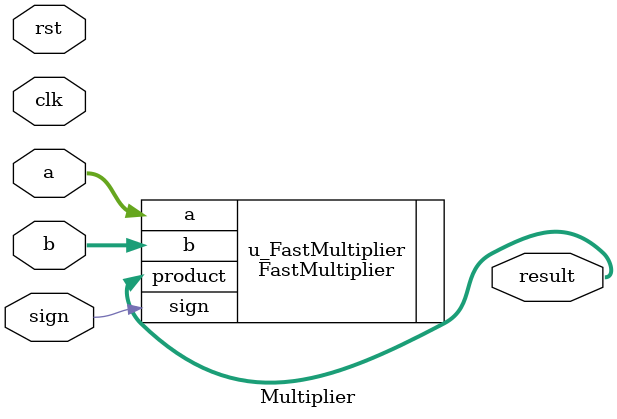
<source format=v>
module Multiplier(
	input clk,
	input rst,
	input sign,
	input [31:0] a,
	input [31:0] b,

	output [63:0] result
);

FastMultiplier u_FastMultiplier(
	.a(a), 
	.b(b), 
	.sign(sign), 
	.product(result)
);

endmodule
</source>
